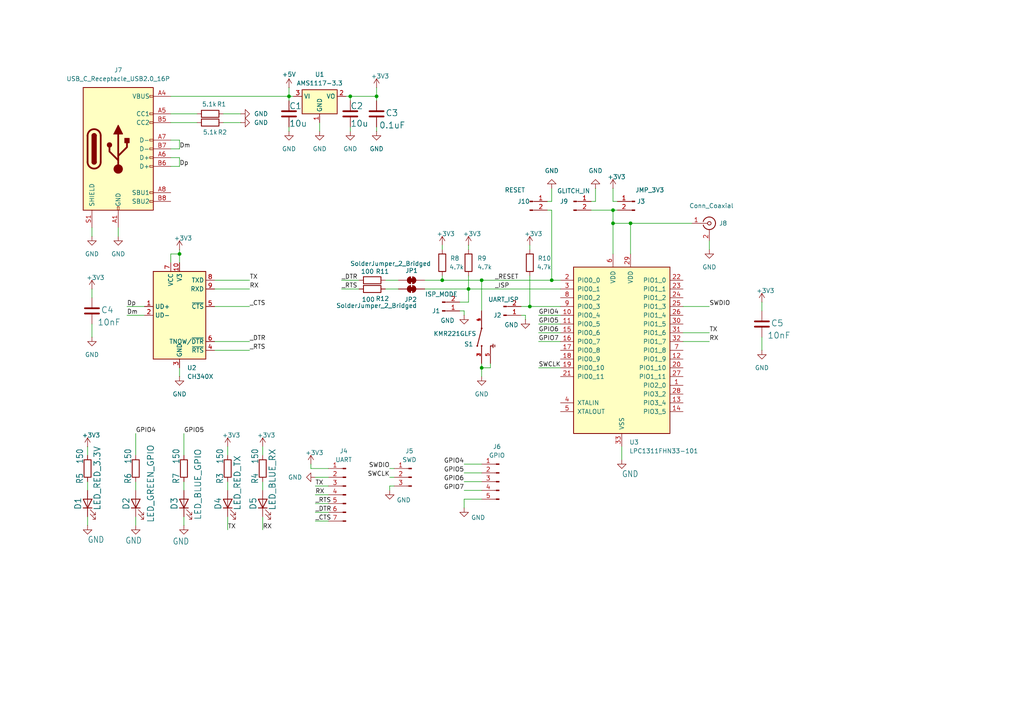
<source format=kicad_sch>
(kicad_sch (version 20231120) (generator "eeschema") (generator_version "8.0")
  (paper "A4")
  (title_block (title "LPC1311 Target Board v1") (date "2024-12-27") (rev "v1.0") (company "Faulty Hardware") (comment 1 "Matthias Kesenheimer"))
  (lib_symbols
    (symbol "Connector:Conn_01x02_Pin" (pin_names (offset 1.016) hide)
      (property "Reference" "J" (at 0 2.54 0))
      (property "Value" "Conn_01x02_Pin" (at 0 -5.08 0))
      (symbol "Conn_01x02_Pin_1_1"
        (polyline (pts (xy 1.27 -2.54) (xy 0.8636 -2.54)) (stroke (width 0.1524)))
        (polyline (pts (xy 1.27 0) (xy 0.8636 0)) (stroke (width 0.1524)))
        (rectangle (start 0.8636 -2.413) (end 0 -2.667) (stroke (width 0.1524)) (fill (type outline)))
        (rectangle (start 0.8636 0.127) (end 0 -0.127) (stroke (width 0.1524)) (fill (type outline)))
        (pin passive line (at 5.08 0 180) (length 3.81) (name "Pin_1") (number "1"))
        (pin passive line (at 5.08 -2.54 180) (length 3.81) (name "Pin_2") (number "2"))
      )
    )
    (symbol "Connector:Conn_01x03_Pin" (pin_names (offset 1.016) hide)
      (property "Reference" "J" (at 0 5.08 0))
      (property "Value" "Conn_01x03_Pin" (at 0 -5.08 0))
      (symbol "Conn_01x03_Pin_1_1"
        (polyline (pts (xy 1.27 -2.54) (xy 0.8636 -2.54)) (stroke (width 0.1524)))
        (polyline (pts (xy 1.27 0) (xy 0.8636 0)) (stroke (width 0.1524)))
        (polyline (pts (xy 1.27 2.54) (xy 0.8636 2.54)) (stroke (width 0.1524)))
        (rectangle (start 0.8636 -2.413) (end 0 -2.667) (stroke (width 0.1524)) (fill (type outline)))
        (rectangle (start 0.8636 0.127) (end 0 -0.127) (stroke (width 0.1524)) (fill (type outline)))
        (rectangle (start 0.8636 2.667) (end 0 2.413) (stroke (width 0.1524)) (fill (type outline)))
        (pin passive line (at 5.08 2.54 180) (length 3.81) (name "Pin_1") (number "1"))
        (pin passive line (at 5.08 0 180) (length 3.81) (name "Pin_2") (number "2"))
        (pin passive line (at 5.08 -2.54 180) (length 3.81) (name "Pin_3") (number "3"))
      )
    )
    (symbol "Connector:Conn_01x05_Pin" (pin_names (offset 1.016) hide)
      (property "Reference" "J" (at 0 7.62 0))
      (property "Value" "Conn_01x05_Pin" (at 0 -7.62 0))
      (symbol "Conn_01x05_Pin_1_1"
        (polyline (pts (xy 1.27 -5.08) (xy 0.8636 -5.08)) (stroke (width 0.1524)))
        (polyline (pts (xy 1.27 -2.54) (xy 0.8636 -2.54)) (stroke (width 0.1524)))
        (polyline (pts (xy 1.27 0) (xy 0.8636 0)) (stroke (width 0.1524)))
        (polyline (pts (xy 1.27 2.54) (xy 0.8636 2.54)) (stroke (width 0.1524)))
        (polyline (pts (xy 1.27 5.08) (xy 0.8636 5.08)) (stroke (width 0.1524)))
        (rectangle (start 0.8636 -4.953) (end 0 -5.207) (stroke (width 0.1524)) (fill (type outline)))
        (rectangle (start 0.8636 -2.413) (end 0 -2.667) (stroke (width 0.1524)) (fill (type outline)))
        (rectangle (start 0.8636 0.127) (end 0 -0.127) (stroke (width 0.1524)) (fill (type outline)))
        (rectangle (start 0.8636 2.667) (end 0 2.413) (stroke (width 0.1524)) (fill (type outline)))
        (rectangle (start 0.8636 5.207) (end 0 4.953) (stroke (width 0.1524)) (fill (type outline)))
        (pin passive line (at 5.08 5.08 180) (length 3.81) (name "Pin_1") (number "1"))
        (pin passive line (at 5.08 2.54 180) (length 3.81) (name "Pin_2") (number "2"))
        (pin passive line (at 5.08 0 180) (length 3.81) (name "Pin_3") (number "3"))
        (pin passive line (at 5.08 -2.54 180) (length 3.81) (name "Pin_4") (number "4"))
        (pin passive line (at 5.08 -5.08 180) (length 3.81) (name "Pin_5") (number "5"))
      )
    )
    (symbol "Connector:Conn_01x07_Pin" (pin_names (offset 1.016) hide)
      (property "Reference" "J" (at 0 10.16 0))
      (property "Value" "Conn_01x07_Pin" (at 0 -10.16 0))
      (symbol "Conn_01x07_Pin_1_1"
        (polyline (pts (xy 1.27 -7.62) (xy 0.8636 -7.62)) (stroke (width 0.1524)))
        (polyline (pts (xy 1.27 -5.08) (xy 0.8636 -5.08)) (stroke (width 0.1524)))
        (polyline (pts (xy 1.27 -2.54) (xy 0.8636 -2.54)) (stroke (width 0.1524)))
        (polyline (pts (xy 1.27 0) (xy 0.8636 0)) (stroke (width 0.1524)))
        (polyline (pts (xy 1.27 2.54) (xy 0.8636 2.54)) (stroke (width 0.1524)))
        (polyline (pts (xy 1.27 5.08) (xy 0.8636 5.08)) (stroke (width 0.1524)))
        (polyline (pts (xy 1.27 7.62) (xy 0.8636 7.62)) (stroke (width 0.1524)))
        (rectangle (start 0.8636 -7.493) (end 0 -7.747) (stroke (width 0.1524)) (fill (type outline)))
        (rectangle (start 0.8636 -4.953) (end 0 -5.207) (stroke (width 0.1524)) (fill (type outline)))
        (rectangle (start 0.8636 -2.413) (end 0 -2.667) (stroke (width 0.1524)) (fill (type outline)))
        (rectangle (start 0.8636 0.127) (end 0 -0.127) (stroke (width 0.1524)) (fill (type outline)))
        (rectangle (start 0.8636 2.667) (end 0 2.413) (stroke (width 0.1524)) (fill (type outline)))
        (rectangle (start 0.8636 5.207) (end 0 4.953) (stroke (width 0.1524)) (fill (type outline)))
        (rectangle (start 0.8636 7.747) (end 0 7.493) (stroke (width 0.1524)) (fill (type outline)))
        (pin passive line (at 5.08 7.62 180) (length 3.81) (name "Pin_1") (number "1"))
        (pin passive line (at 5.08 5.08 180) (length 3.81) (name "Pin_2") (number "2"))
        (pin passive line (at 5.08 2.54 180) (length 3.81) (name "Pin_3") (number "3"))
        (pin passive line (at 5.08 0 180) (length 3.81) (name "Pin_4") (number "4"))
        (pin passive line (at 5.08 -2.54 180) (length 3.81) (name "Pin_5") (number "5"))
        (pin passive line (at 5.08 -5.08 180) (length 3.81) (name "Pin_6") (number "6"))
        (pin passive line (at 5.08 -7.62 180) (length 3.81) (name "Pin_7") (number "7"))
      )
    )
    (symbol "Connector:Conn_Coaxial" (pin_names (offset 1.016) hide)
      (property "Reference" "J" (at 0.254 3.048 0))
      (property "Value" "Conn_Coaxial" (at 2.921 0 90))
      (symbol "Conn_Coaxial_0_1"
        (arc (start -1.778 -0.508) (mid 0.2311 -1.8066) (end 1.778 0) (stroke (width 0.254)))
        (polyline (pts (xy -2.54 0) (xy -0.508 0)))
        (polyline (pts (xy 0 -2.54) (xy 0 -1.778)))
        (circle (center 0 0) (radius 0.508) (stroke (width 0.2032)))
        (arc (start 1.778 0) (mid 0.2099 1.8101) (end -1.778 0.508) (stroke (width 0.254)))
      )
      (symbol "Conn_Coaxial_1_1"
        (pin passive line (at -5.08 0 0) (length 2.54) (name "In") (number "1"))
        (pin passive line (at 0 -5.08 90) (length 2.54) (name "Ext") (number "2"))
      )
    )
    (symbol "Connector:USB_C_Receptacle_USB2.0_16P" (pin_names (offset 1.016))
      (property "Reference" "J" (at 0 22.225 0))
      (property "Value" "USB_C_Receptacle_USB2.0_16P" (at 0 19.685 0))
      (symbol "USB_C_Receptacle_USB2.0_16P_0_0"
        (rectangle (start -0.254 -17.78) (end 0.254 -16.764))
        (rectangle (start 10.16 -14.986) (end 9.144 -15.494))
        (rectangle (start 10.16 -12.446) (end 9.144 -12.954))
        (rectangle (start 10.16 -4.826) (end 9.144 -5.334))
        (rectangle (start 10.16 -2.286) (end 9.144 -2.794))
        (rectangle (start 10.16 0.254) (end 9.144 -0.254))
        (rectangle (start 10.16 2.794) (end 9.144 2.286))
        (rectangle (start 10.16 7.874) (end 9.144 7.366))
        (rectangle (start 10.16 10.414) (end 9.144 9.906))
        (rectangle (start 10.16 15.494) (end 9.144 14.986))
      )
      (symbol "USB_C_Receptacle_USB2.0_16P_0_1"
        (rectangle (start -10.16 17.78) (end 10.16 -17.78) (stroke (width 0.254)) (fill (type background)))
        (arc (start -8.89 -3.81) (mid -6.985 -5.7067) (end -5.08 -3.81) (stroke (width 0.508)))
        (arc (start -7.62 -3.81) (mid -6.985 -4.4423) (end -6.35 -3.81) (stroke (width 0.254)))
        (arc (start -7.62 -3.81) (mid -6.985 -4.4423) (end -6.35 -3.81) (stroke (width 0.254)) (fill (type outline)))
        (rectangle (start -7.62 -3.81) (end -6.35 3.81) (stroke (width 0.254)) (fill (type outline)))
        (arc (start -6.35 3.81) (mid -6.985 4.4423) (end -7.62 3.81) (stroke (width 0.254)))
        (arc (start -6.35 3.81) (mid -6.985 4.4423) (end -7.62 3.81) (stroke (width 0.254)) (fill (type outline)))
        (arc (start -5.08 3.81) (mid -6.985 5.7067) (end -8.89 3.81) (stroke (width 0.508)))
        (circle (center -2.54 1.143) (radius 0.635) (stroke (width 0.254)) (fill (type outline)))
        (circle (center 0 -5.842) (radius 1.27) (fill (type outline)))
        (polyline (pts (xy -8.89 -3.81) (xy -8.89 3.81)) (stroke (width 0.508)))
        (polyline (pts (xy -5.08 3.81) (xy -5.08 -3.81)) (stroke (width 0.508)))
        (polyline (pts (xy 0 -5.842) (xy 0 4.318)) (stroke (width 0.508)))
        (polyline (pts (xy 0 -3.302) (xy -2.54 -0.762) (xy -2.54 0.508)) (stroke (width 0.508)))
        (polyline (pts (xy 0 -2.032) (xy 2.54 0.508) (xy 2.54 1.778)) (stroke (width 0.508)))
        (polyline (pts (xy -1.27 4.318) (xy 0 6.858) (xy 1.27 4.318) (xy -1.27 4.318)) (stroke (width 0.254)) (fill (type outline)))
        (rectangle (start 1.905 1.778) (end 3.175 3.048) (stroke (width 0.254)) (fill (type outline)))
      )
      (symbol "USB_C_Receptacle_USB2.0_16P_1_1"
        (pin passive line (at 0 -22.86 90) (length 5.08) (name "GND") (number "A1"))
        (pin passive line (at 0 -22.86 90) (length 5.08) hide (name "GND") (number "A12"))
        (pin passive line (at 15.24 15.24 180) (length 5.08) (name "VBUS") (number "A4"))
        (pin bidirectional line (at 15.24 10.16 180) (length 5.08) (name "CC1") (number "A5"))
        (pin bidirectional line (at 15.24 -2.54 180) (length 5.08) (name "D+") (number "A6"))
        (pin bidirectional line (at 15.24 2.54 180) (length 5.08) (name "D-") (number "A7"))
        (pin bidirectional line (at 15.24 -12.7 180) (length 5.08) (name "SBU1") (number "A8"))
        (pin passive line (at 15.24 15.24 180) (length 5.08) hide (name "VBUS") (number "A9"))
        (pin passive line (at 0 -22.86 90) (length 5.08) hide (name "GND") (number "B1"))
        (pin passive line (at 0 -22.86 90) (length 5.08) hide (name "GND") (number "B12"))
        (pin passive line (at 15.24 15.24 180) (length 5.08) hide (name "VBUS") (number "B4"))
        (pin bidirectional line (at 15.24 7.62 180) (length 5.08) (name "CC2") (number "B5"))
        (pin bidirectional line (at 15.24 -5.08 180) (length 5.08) (name "D+") (number "B6"))
        (pin bidirectional line (at 15.24 0 180) (length 5.08) (name "D-") (number "B7"))
        (pin bidirectional line (at 15.24 -15.24 180) (length 5.08) (name "SBU2") (number "B8"))
        (pin passive line (at 15.24 15.24 180) (length 5.08) hide (name "VBUS") (number "B9"))
        (pin passive line (at -7.62 -22.86 90) (length 5.08) (name "SHIELD") (number "S1"))
      )
    )
    (symbol "Device:C" (pin_numbers hide) (pin_names (offset 0.254))
      (property "Reference" "C" (at 0.635 2.54 0))
      (property "Value" "C" (at 0.635 -2.54 0))
      (symbol "C_0_1"
        (polyline (pts (xy -2.032 -0.762) (xy 2.032 -0.762)) (stroke (width 0.508)))
        (polyline (pts (xy -2.032 0.762) (xy 2.032 0.762)) (stroke (width 0.508)))
      )
      (symbol "C_1_1"
        (pin passive line (at 0 3.81 270) (length 2.794) (name "~") (number "1"))
        (pin passive line (at 0 -3.81 90) (length 2.794) (name "~") (number "2"))
      )
    )
    (symbol "Device:LED" (pin_numbers hide) (pin_names (offset 1.016) hide)
      (property "Reference" "D" (at 0 2.54 0))
      (property "Value" "LED" (at 0 -2.54 0))
      (symbol "LED_0_1"
        (polyline (pts (xy -1.27 -1.27) (xy -1.27 1.27)) (stroke (width 0.254)))
        (polyline (pts (xy -1.27 0) (xy 1.27 0)))
        (polyline (pts (xy 1.27 -1.27) (xy 1.27 1.27) (xy -1.27 0) (xy 1.27 -1.27)) (stroke (width 0.254)))
        (polyline (pts (xy -3.048 -0.762) (xy -4.572 -2.286) (xy -3.81 -2.286) (xy -4.572 -2.286) (xy -4.572 -1.524)))
        (polyline (pts (xy -1.778 -0.762) (xy -3.302 -2.286) (xy -2.54 -2.286) (xy -3.302 -2.286) (xy -3.302 -1.524)))
      )
      (symbol "LED_1_1"
        (pin passive line (at -3.81 0 0) (length 2.54) (name "K") (number "1"))
        (pin passive line (at 3.81 0 180) (length 2.54) (name "A") (number "2"))
      )
    )
    (symbol "Device:R" (pin_numbers hide) (pin_names (offset 0))
      (property "Reference" "R" (at 2.032 0 90))
      (property "Value" "R" (at 0 0 90))
      (symbol "R_0_1"
        (rectangle (start -1.016 -2.54) (end 1.016 2.54) (stroke (width 0.254)))
      )
      (symbol "R_1_1"
        (pin passive line (at 0 3.81 270) (length 1.27) (name "~") (number "1"))
        (pin passive line (at 0 -3.81 90) (length 1.27) (name "~") (number "2"))
      )
    )
    (symbol "Interface_USB:CH340X"
      (property "Reference" "U" (at -5.08 13.97 0))
      (property "Value" "CH340X" (at 1.27 13.97 0))
      (symbol "CH340X_0_1"
        (rectangle (start -7.62 12.7) (end 7.62 -12.7) (stroke (width 0.254)) (fill (type background)))
      )
      (symbol "CH340X_1_1"
        (pin bidirectional line (at -10.16 2.54 0) (length 2.54) (name "UD+") (number "1"))
        (pin power_out line (at 0 15.24 270) (length 2.54) (name "V3") (number "10"))
        (pin bidirectional line (at -10.16 0 0) (length 2.54) (name "UD-") (number "2"))
        (pin power_in line (at 0 -15.24 90) (length 2.54) (name "GND") (number "3"))
        (pin output line (at 10.16 -10.16 180) (length 2.54) (name "~{RTS}") (number "4"))
        (pin input line (at 10.16 2.54 180) (length 2.54) (name "~{CTS}") (number "5"))
        (pin output line (at 10.16 -7.62 180) (length 2.54) (name "TNOW/~{DTR}") (number "6"))
        (pin power_in line (at -2.54 15.24 270) (length 2.54) (name "VCC") (number "7"))
        (pin output line (at 10.16 10.16 180) (length 2.54) (name "TXD") (number "8"))
        (pin input line (at 10.16 7.62 180) (length 2.54) (name "RXD") (number "9"))
      )
    )
    (symbol "Jumper:SolderJumper_2_Bridged" (pin_numbers hide) (pin_names (offset 0) hide) (exclude_from_sim yes) (in_bom no)
      (property "Reference" "JP" (at 0 2.032 0))
      (property "Value" "SolderJumper_2_Bridged" (at 0 -2.54 0))
      (symbol "SolderJumper_2_Bridged_0_1"
        (rectangle (start -0.508 0.508) (end 0.508 -0.508) (fill (type outline)))
        (arc (start -0.254 1.016) (mid -1.2656 0) (end -0.254 -1.016))
        (arc (start -0.254 1.016) (mid -1.2656 0) (end -0.254 -1.016) (fill (type outline)))
        (polyline (pts (xy -0.254 1.016) (xy -0.254 -1.016)))
        (polyline (pts (xy 0.254 1.016) (xy 0.254 -1.016)))
        (arc (start 0.254 -1.016) (mid 1.2656 0) (end 0.254 1.016))
        (arc (start 0.254 -1.016) (mid 1.2656 0) (end 0.254 1.016) (fill (type outline)))
      )
      (symbol "SolderJumper_2_Bridged_1_1"
        (pin passive line (at -3.81 0 0) (length 2.54) (name "A") (number "1"))
        (pin passive line (at 3.81 0 180) (length 2.54) (name "B") (number "2"))
      )
    )
    (symbol "KMR221GLFS:KMR221GLFS" (pin_names (offset 1.016))
      (property "Reference" "S" (at -2.5401 2.2861 0))
      (property "Value" "KMR221GLFS" (at -2.7973 -6.3576 0))
      (symbol "KMR221GLFS_0_0"
        (circle (center -2.54 0) (radius 0.127) (stroke (width 0.254)))
        (polyline (pts (xy -2.54 0) (xy 2.54 1.27)) (stroke (width 0.254)))
        (polyline (pts (xy 2.286 -3.81) (xy 2.794 -3.81)) (stroke (width 0.254)))
        (polyline (pts (xy 2.54 -3.302) (xy 2.032 -3.302)) (stroke (width 0.254)))
        (polyline (pts (xy 2.54 -3.302) (xy 3.048 -3.302)) (stroke (width 0.254)))
        (polyline (pts (xy 2.54 -2.54) (xy 2.54 -3.302)) (stroke (width 0.254)))
        (circle (center 2.54 0) (radius 0.127) (stroke (width 0.254)))
        (circle (center 2.54 1.27) (radius 0.127) (stroke (width 0.254)))
        (pin passive line (at -7.62 0 0) (length 5.08) (name "~") (number "1"))
        (pin passive line (at 7.62 0 180) (length 5.08) (name "~") (number "2"))
        (pin passive line (at 7.62 0 180) (length 5.08) (name "~") (number "3"))
        (pin passive line (at -7.62 0 0) (length 5.08) (name "~") (number "4"))
        (pin passive line (at 7.62 -2.54 180) (length 5.08) (name "~") (number "5"))
      )
    )
    (symbol "MCU_NXP_LPC:LPC1111FHN33-101" (pin_names (offset 1.016))
      (property "Reference" "U" (at -12.7 25.4 0))
      (property "Value" "LPC1111FHN33-101" (at 13.97 25.4 0))
      (symbol "LPC1111FHN33-101_0_1"
        (rectangle (start -13.97 24.13) (end 13.97 -24.13) (stroke (width 0.254)) (fill (type background)))
      )
      (symbol "LPC1111FHN33-101_1_1"
        (pin bidirectional line (at 17.78 -10.16 180) (length 3.81) (name "PIO2_0") (number "1"))
        (pin bidirectional line (at -17.78 10.16 0) (length 3.81) (name "PIO0_4") (number "10"))
        (pin bidirectional line (at -17.78 7.62 0) (length 3.81) (name "PIO0_5") (number "11"))
        (pin bidirectional line (at 17.78 -2.54 180) (length 3.81) (name "PIO1_9") (number "12"))
        (pin bidirectional line (at 17.78 -15.24 180) (length 3.81) (name "PIO3_4") (number "13"))
        (pin bidirectional line (at 17.78 -17.78 180) (length 3.81) (name "PIO3_5") (number "14"))
        (pin bidirectional line (at -17.78 5.08 0) (length 3.81) (name "PIO0_6") (number "15"))
        (pin bidirectional line (at -17.78 2.54 0) (length 3.81) (name "PIO0_7") (number "16"))
        (pin bidirectional line (at -17.78 0 0) (length 3.81) (name "PIO0_8") (number "17"))
        (pin bidirectional line (at -17.78 -2.54 0) (length 3.81) (name "PIO0_9") (number "18"))
        (pin bidirectional line (at -17.78 -5.08 0) (length 3.81) (name "PIO0_10") (number "19"))
        (pin bidirectional line (at -17.78 20.32 0) (length 3.81) (name "PIO0_0") (number "2"))
        (pin bidirectional line (at 17.78 -5.08 180) (length 3.81) (name "PIO1_10") (number "20"))
        (pin bidirectional line (at -17.78 -7.62 0) (length 3.81) (name "PIO0_11") (number "21"))
        (pin bidirectional line (at 17.78 20.32 180) (length 3.81) (name "PIO1_0") (number "22"))
        (pin bidirectional line (at 17.78 17.78 180) (length 3.81) (name "PIO1_1") (number "23"))
        (pin bidirectional line (at 17.78 15.24 180) (length 3.81) (name "PIO1_2") (number "24"))
        (pin bidirectional line (at 17.78 12.7 180) (length 3.81) (name "PIO1_3") (number "25"))
        (pin bidirectional line (at 17.78 10.16 180) (length 3.81) (name "PIO1_4") (number "26"))
        (pin bidirectional line (at 17.78 -7.62 180) (length 3.81) (name "PIO1_11") (number "27"))
        (pin bidirectional line (at 17.78 -12.7 180) (length 3.81) (name "PIO3_2") (number "28"))
        (pin power_in line (at 2.54 27.94 270) (length 3.81) (name "VDD") (number "29"))
        (pin bidirectional line (at -17.78 17.78 0) (length 3.81) (name "PIO0_1") (number "3"))
        (pin bidirectional line (at 17.78 7.62 180) (length 3.81) (name "PIO1_5") (number "30"))
        (pin bidirectional line (at 17.78 5.08 180) (length 3.81) (name "PIO1_6") (number "31"))
        (pin bidirectional line (at 17.78 2.54 180) (length 3.81) (name "PIO1_7") (number "32"))
        (pin power_in line (at 0 -27.94 90) (length 3.81) (name "VSS") (number "33"))
        (pin input line (at -17.78 -15.24 0) (length 3.81) (name "XTALIN") (number "4"))
        (pin output line (at -17.78 -17.78 0) (length 3.81) (name "XTALOUT") (number "5"))
        (pin power_in line (at -2.54 27.94 270) (length 3.81) (name "VDD") (number "6"))
        (pin bidirectional line (at 17.78 0 180) (length 3.81) (name "PIO1_8") (number "7"))
        (pin bidirectional line (at -17.78 15.24 0) (length 3.81) (name "PIO0_2") (number "8"))
        (pin bidirectional line (at -17.78 12.7 0) (length 3.81) (name "PIO0_3") (number "9"))
      )
    )
    (symbol "Regulator_Linear:AMS1117-3.3"
      (property "Reference" "U" (at -3.81 3.175 0))
      (property "Value" "AMS1117-3.3" (at 0 3.175 0))
      (symbol "AMS1117-3.3_0_1"
        (rectangle (start -5.08 -5.08) (end 5.08 1.905) (stroke (width 0.254)) (fill (type background)))
      )
      (symbol "AMS1117-3.3_1_1"
        (pin power_in line (at 0 -7.62 90) (length 2.54) (name "GND") (number "1"))
        (pin power_out line (at 7.62 0 180) (length 2.54) (name "VO") (number "2"))
        (pin power_in line (at -7.62 0 0) (length 2.54) (name "VI") (number "3"))
      )
    )
    (symbol "power:+3V3" (power) (pin_numbers hide) (pin_names (offset 0) hide)
      (property "Value" "+3V3" (at 0 3.556 0))
      (symbol "+3V3_0_1"
        (polyline (pts (xy -0.762 1.27) (xy 0 2.54)))
        (polyline (pts (xy 0 0) (xy 0 2.54)))
        (polyline (pts (xy 0 2.54) (xy 0.762 1.27)))
      )
      (symbol "+3V3_1_1"
        (pin power_in line (at 0 0 90) (length 0) (name "~") (number "1"))
      )
    )
    (symbol "power:+5V" (power) (pin_numbers hide) (pin_names (offset 0) hide)
      (property "Value" "+5V" (at 0 3.556 0))
      (symbol "+5V_0_1"
        (polyline (pts (xy -0.762 1.27) (xy 0 2.54)))
        (polyline (pts (xy 0 0) (xy 0 2.54)))
        (polyline (pts (xy 0 2.54) (xy 0.762 1.27)))
      )
      (symbol "+5V_1_1"
        (pin power_in line (at 0 0 90) (length 0) (name "~") (number "1"))
      )
    )
    (symbol "power:GND" (power) (pin_numbers hide) (pin_names (offset 0) hide)
      (property "Value" "GND" (at 0 -3.81 0))
      (symbol "GND_0_1"
        (polyline (pts (xy 0 0) (xy 0 -1.27) (xy 1.27 -1.27) (xy 0 -2.54) (xy -1.27 -1.27) (xy 0 -1.27)))
      )
      (symbol "GND_1_1"
        (pin power_in line (at 0 0 270) (length 0) (name "~") (number "1"))
      )
    )
  )
  (junction (at 139.7 106.68))
  (junction (at 135.89 83.82))
  (junction (at 182.88 64.77))
  (junction (at 177.8 64.77))
  (junction (at 139.7 81.28))
  (junction (at 128.27 81.28))
  (junction (at 160.02 81.28))
  (junction (at 177.8 60.96))
  (junction (at 101.6 27.94))
  (junction (at 52.07 73.66))
  (junction (at 153.67 88.9))
  (junction (at 109.22 27.94))
  (junction (at 83.82 27.94))
  (wire (pts (xy 139.7 144.78) (xy 134.62 144.78)))
  (wire (pts (xy 41.91 91.44) (xy 36.83 91.44)))
  (wire (pts (xy 158.75 60.96) (xy 160.02 60.96)))
  (wire (pts (xy 52.07 106.68) (xy 52.07 109.22)))
  (wire (pts (xy 180.34 129.54) (xy 180.34 133.35)))
  (wire (pts (xy 139.7 106.68) (xy 142.24 106.68)))
  (wire (pts (xy 91.44 148.59) (xy 95.25 148.59)))
  (wire (pts (xy 153.67 71.12) (xy 153.67 72.39)))
  (wire (pts (xy 101.6 27.94) (xy 101.6 29.21)))
  (wire (pts (xy 153.67 80.01) (xy 153.67 88.9)))
  (wire (pts (xy 101.6 36.83) (xy 101.6 38.1)))
  (wire (pts (xy 53.34 139.7) (xy 53.34 142.24)))
  (wire (pts (xy 220.98 87.63) (xy 220.98 90.17)))
  (wire (pts (xy 128.27 81.28) (xy 128.27 80.01)))
  (wire (pts (xy 83.82 27.94) (xy 85.09 27.94)))
  (wire (pts (xy 62.23 101.6) (xy 72.39 101.6)))
  (wire (pts (xy 139.7 109.22) (xy 139.7 106.68)))
  (wire (pts (xy 179.07 60.96) (xy 177.8 60.96)))
  (wire (pts (xy 109.22 29.21) (xy 109.22 27.94)))
  (wire (pts (xy 83.82 27.94) (xy 83.82 29.21)))
  (wire (pts (xy 62.23 99.06) (xy 72.39 99.06)))
  (wire (pts (xy 156.21 93.98) (xy 162.56 93.98)))
  (wire (pts (xy 76.2 129.54) (xy 76.2 132.08)))
  (wire (pts (xy 128.27 81.28) (xy 139.7 81.28)))
  (wire (pts (xy 198.12 99.06) (xy 205.74 99.06)))
  (wire (pts (xy 134.62 90.17) (xy 134.62 91.44)))
  (wire (pts (xy 151.13 88.9) (xy 153.67 88.9)))
  (wire (pts (xy 139.7 137.16) (xy 134.62 137.16)))
  (wire (pts (xy 139.7 142.24) (xy 134.62 142.24)))
  (wire (pts (xy 41.91 88.9) (xy 36.83 88.9)))
  (wire (pts (xy 52.07 72.39) (xy 52.07 73.66)))
  (wire (pts (xy 101.6 27.94) (xy 109.22 27.94)))
  (wire (pts (xy 133.35 90.17) (xy 134.62 90.17)))
  (wire (pts (xy 177.8 64.77) (xy 182.88 64.77)))
  (wire (pts (xy 49.53 27.94) (xy 83.82 27.94)))
  (wire (pts (xy 91.44 140.97) (xy 95.25 140.97)))
  (wire (pts (xy 49.53 76.2) (xy 49.53 73.66)))
  (wire (pts (xy 66.04 139.7) (xy 66.04 142.24)))
  (wire (pts (xy 90.17 135.89) (xy 95.25 135.89)))
  (wire (pts (xy 171.45 60.96) (xy 177.8 60.96)))
  (wire (pts (xy 92.71 35.56) (xy 92.71 38.1)))
  (wire (pts (xy 205.74 69.85) (xy 205.74 72.39)))
  (wire (pts (xy 160.02 81.28) (xy 162.56 81.28)))
  (wire (pts (xy 111.76 81.28) (xy 115.57 81.28)))
  (wire (pts (xy 153.67 88.9) (xy 162.56 88.9)))
  (wire (pts (xy 49.53 33.02) (xy 57.15 33.02)))
  (wire (pts (xy 99.06 83.82) (xy 104.14 83.82)))
  (wire (pts (xy 152.4 91.44) (xy 151.13 91.44)))
  (wire (pts (xy 135.89 71.12) (xy 135.89 72.39)))
  (wire (pts (xy 142.24 105.41) (xy 142.24 106.68)))
  (wire (pts (xy 49.53 40.64) (xy 52.07 40.64)))
  (wire (pts (xy 158.75 58.42) (xy 160.02 58.42)))
  (wire (pts (xy 139.7 134.62) (xy 134.62 134.62)))
  (wire (pts (xy 156.21 99.06) (xy 162.56 99.06)))
  (wire (pts (xy 26.67 83.82) (xy 26.67 86.36)))
  (wire (pts (xy 177.8 60.96) (xy 177.8 64.77)))
  (wire (pts (xy 198.12 88.9) (xy 205.74 88.9)))
  (wire (pts (xy 177.8 64.77) (xy 177.8 73.66)))
  (wire (pts (xy 160.02 60.96) (xy 160.02 81.28)))
  (wire (pts (xy 91.44 143.51) (xy 95.25 143.51)))
  (wire (pts (xy 152.4 91.44) (xy 152.4 92.71)))
  (wire (pts (xy 135.89 87.63) (xy 135.89 83.82)))
  (wire (pts (xy 49.53 48.26) (xy 52.07 48.26)))
  (wire (pts (xy 91.44 138.43) (xy 95.25 138.43)))
  (wire (pts (xy 113.03 138.43) (xy 114.3 138.43)))
  (wire (pts (xy 123.19 83.82) (xy 135.89 83.82)))
  (wire (pts (xy 198.12 96.52) (xy 205.74 96.52)))
  (wire (pts (xy 179.07 58.42) (xy 177.8 58.42)))
  (wire (pts (xy 160.02 54.61) (xy 160.02 58.42)))
  (wire (pts (xy 128.27 71.12) (xy 128.27 72.39)))
  (wire (pts (xy 26.67 66.04) (xy 26.67 68.58)))
  (wire (pts (xy 62.23 81.28) (xy 72.39 81.28)))
  (wire (pts (xy 64.77 33.02) (xy 69.85 33.02)))
  (wire (pts (xy 83.82 25.4) (xy 83.82 27.94)))
  (wire (pts (xy 113.03 140.97) (xy 113.03 142.24)))
  (wire (pts (xy 34.29 66.04) (xy 34.29 68.58)))
  (wire (pts (xy 91.44 146.05) (xy 95.25 146.05)))
  (wire (pts (xy 91.44 151.13) (xy 95.25 151.13)))
  (wire (pts (xy 200.66 64.77) (xy 182.88 64.77)))
  (wire (pts (xy 62.23 83.82) (xy 72.39 83.82)))
  (wire (pts (xy 26.67 93.98) (xy 26.67 97.79)))
  (wire (pts (xy 171.45 58.42) (xy 172.72 58.42)))
  (wire (pts (xy 135.89 83.82) (xy 135.89 80.01)))
  (wire (pts (xy 39.37 139.7) (xy 39.37 142.24)))
  (wire (pts (xy 66.04 129.54) (xy 66.04 132.08)))
  (wire (pts (xy 109.22 25.4) (xy 109.22 27.94)))
  (wire (pts (xy 100.33 27.94) (xy 101.6 27.94)))
  (wire (pts (xy 52.07 40.64) (xy 52.07 43.18)))
  (wire (pts (xy 90.17 134.62) (xy 90.17 135.89)))
  (wire (pts (xy 49.53 43.18) (xy 52.07 43.18)))
  (wire (pts (xy 134.62 144.78) (xy 134.62 147.32)))
  (wire (pts (xy 139.7 81.28) (xy 139.7 90.17)))
  (wire (pts (xy 52.07 73.66) (xy 52.07 76.2)))
  (wire (pts (xy 139.7 81.28) (xy 160.02 81.28)))
  (wire (pts (xy 139.7 139.7) (xy 134.62 139.7)))
  (wire (pts (xy 123.19 81.28) (xy 128.27 81.28)))
  (wire (pts (xy 114.3 135.89) (xy 113.03 135.89)))
  (wire (pts (xy 156.21 106.68) (xy 162.56 106.68)))
  (wire (pts (xy 39.37 125.73) (xy 39.37 132.08)))
  (wire (pts (xy 156.21 96.52) (xy 162.56 96.52)))
  (wire (pts (xy 99.06 81.28) (xy 104.14 81.28)))
  (wire (pts (xy 172.72 58.42) (xy 172.72 54.61)))
  (wire (pts (xy 139.7 106.68) (xy 139.7 105.41)))
  (wire (pts (xy 220.98 97.79) (xy 220.98 101.6)))
  (wire (pts (xy 135.89 83.82) (xy 162.56 83.82)))
  (wire (pts (xy 76.2 149.86) (xy 76.2 153.67)))
  (wire (pts (xy 53.34 125.73) (xy 53.34 132.08)))
  (wire (pts (xy 66.04 149.86) (xy 66.04 153.67)))
  (wire (pts (xy 133.35 87.63) (xy 135.89 87.63)))
  (wire (pts (xy 39.37 149.86) (xy 39.37 152.4)))
  (wire (pts (xy 111.76 83.82) (xy 115.57 83.82)))
  (wire (pts (xy 114.3 140.97) (xy 113.03 140.97)))
  (wire (pts (xy 109.22 36.83) (xy 109.22 38.1)))
  (wire (pts (xy 83.82 36.83) (xy 83.82 38.1)))
  (wire (pts (xy 76.2 139.7) (xy 76.2 142.24)))
  (wire (pts (xy 52.07 45.72) (xy 52.07 48.26)))
  (wire (pts (xy 156.21 91.44) (xy 162.56 91.44)))
  (wire (pts (xy 25.4 129.54) (xy 25.4 132.08)))
  (wire (pts (xy 177.8 54.61) (xy 177.8 58.42)))
  (wire (pts (xy 64.77 35.56) (xy 69.85 35.56)))
  (wire (pts (xy 182.88 64.77) (xy 182.88 73.66)))
  (wire (pts (xy 49.53 73.66) (xy 52.07 73.66)))
  (wire (pts (xy 62.23 88.9) (xy 72.39 88.9)))
  (wire (pts (xy 25.4 152.4) (xy 25.4 149.86)) (stroke (width 0.1524)))
  (wire (pts (xy 49.53 45.72) (xy 52.07 45.72)))
  (wire (pts (xy 49.53 35.56) (xy 57.15 35.56)))
  (wire (pts (xy 53.34 149.86) (xy 53.34 152.4)))
  (wire (pts (xy 25.4 142.24) (xy 25.4 139.7)) (stroke (width 0.1524)))
  (label "_CTS" (at 91.44 151.13 0))
  (label "SWCLK" (at 113.03 138.43 180))
  (label "GPIO6" (at 134.62 139.7 180))
  (label "Dp" (at 36.83 88.9 0))
  (label "_RTS" (at 99.06 83.82 0))
  (label "TX" (at 66.04 153.67 0))
  (label "RX" (at 205.74 99.06 0))
  (label "RX" (at 91.44 143.51 0))
  (label "RX" (at 76.2 153.67 0))
  (label "_RTS" (at 91.44 146.05 0))
  (label "RX" (at 72.39 83.82 0))
  (label "GPIO5" (at 53.34 125.73 0))
  (label "_DTR" (at 91.44 148.59 0))
  (label "Dp" (at 52.07 48.26 0))
  (label "Dm" (at 52.07 43.18 0))
  (label "GPIO6" (at 156.21 96.52 0))
  (label "_RTS" (at 72.39 101.6 0))
  (label "TX" (at 205.74 96.52 0))
  (label "GPIO4" (at 39.37 125.73 0))
  (label "GPIO5" (at 134.62 137.16 180))
  (label "_DTR" (at 99.06 81.28 0))
  (label "_CTS" (at 72.39 88.9 0))
  (label "GPIO5" (at 156.21 93.98 0))
  (label "_RESET" (at 143.51 81.28 0))
  (label "_ISP" (at 143.51 83.82 0))
  (label "GPIO7" (at 156.21 99.06 0))
  (label "GPIO4" (at 156.21 91.44 0))
  (label "TX" (at 91.44 140.97 0))
  (label "SWDIO" (at 205.74 88.9 0))
  (label "GPIO4" (at 134.62 134.62 180))
  (label "Dm" (at 36.83 91.44 0))
  (label "SWCLK" (at 156.21 106.68 0))
  (label "_DTR" (at 72.39 99.06 0))
  (label "SWDIO" (at 113.03 135.89 180))
  (label "TX" (at 72.39 81.28 0))
  (label "GPIO7" (at 134.62 142.24 180))
  (symbol (lib_id "Device:R") (at 153.67 76.2 0) (unit 1)
    (property "Reference" "R10" (at 155.956 74.93 0) (effects (justify left)))
    (property "Value" "4.7k" (at 155.702 77.47 0) (effects (justify left)))
    (property "Footprint" "Resistor_SMD:R_0603_1608Metric" (effects (hide yes)))
    (property "Description" "Resistor" (effects (hide yes)))
  )
  (symbol (lib_id "power:GND") (at 92.71 38.1 0) (unit 1)
    (property "Reference" "#PWR014" (effects (hide yes)))
    (property "Value" "GND" (at 92.71 43.18 0))
    (property "Description" "Power symbol creates a global label with name \"GND\" , ground" (effects (hide yes)))
  )
  (symbol (lib_id "power:GND") (at 152.4 92.71 0) (unit 1)
    (property "Reference" "#PWR026" (effects (hide yes)))
    (property "Value" "GND" (at 148.336 94.234 0))
    (property "Description" "Power symbol creates a global label with name \"GND\" , ground" (effects (hide yes)))
  )
  (symbol (lib_id "power:+3V3") (at 90.17 134.62 0) (unit 1)
    (property "Reference" "#PWR024" (effects (hide yes)))
    (property "Value" "+3V3" (at 91.186 131.318 0))
    (property "Description" "Power symbol creates a global label with name \"+3V3\"" (effects (hide yes)))
  )
  (symbol (lib_id "power:GND") (at 52.07 109.22 0) (unit 1)
    (property "Reference" "#PWR01" (effects (hide yes)))
    (property "Value" "GND" (at 52.07 114.3 0))
    (property "Description" "Power symbol creates a global label with name \"GND\" , ground" (effects (hide yes)))
  )
  (symbol (lib_id "Device:R") (at 53.34 135.89 0) (unit 1)
    (property "Reference" "R7" (at 52.07 137.16 90) (effects (font (size 1.778 1.5113)) (justify right bottom)))
    (property "Value" "150" (at 52.07 134.62 90) (effects (font (size 1.778 1.5113)) (justify left bottom)))
    (property "Footprint" "Resistor_SMD:R_0603_1608Metric" (effects (hide yes)))
    (property "Description" "Resistor" (effects (hide yes)))
  )
  (symbol (lib_id "Device:LED") (at 66.04 146.05 90) (unit 1)
    (property "Reference" "D4" (at 64.262 146.05 0) (effects (font (size 1.778 1.778)) (justify bottom)))
    (property "Value" "LED_RED_TX" (at 69.85 148.082 0) (effects (font (size 1.778 1.778)) (justify left bottom)))
    (property "Footprint" "LED_SMD:LED_0603_1608Metric" (effects (hide yes)))
    (property "Description" "Light emitting diode" (effects (hide yes)))
  )
  (symbol (lib_id "power:GND") (at 134.62 91.44 0) (unit 1)
    (property "Reference" "#PWR022" (effects (hide yes)))
    (property "Value" "GND" (at 129.794 92.964 0))
    (property "Description" "Power symbol creates a global label with name \"GND\" , ground" (effects (hide yes)))
  )
  (symbol (lib_id "power:GND") (at 25.4 152.4 0) (unit 1)
    (property "Reference" "#GND01" (effects (hide yes)))
    (property "Value" "GND" (at 25.4 157.48 0) (effects (font (size 1.778 1.5113)) (justify left bottom)))
    (property "Description" "Power symbol creates a global label with name \"GND\" , ground" (effects (hide yes)))
  )
  (symbol (lib_id "power:GND") (at 91.44 138.43 270) (unit 1)
    (property "Reference" "#PWR025" (effects (hide yes)))
    (property "Value" "GND" (at 87.63 138.4299 90) (effects (justify right)))
    (property "Description" "Power symbol creates a global label with name \"GND\" , ground" (effects (hide yes)))
  )
  (symbol (lib_id "Connector:Conn_01x02_Pin") (at 146.05 91.44 0) (mirror x) (unit 1)
    (property "Reference" "J2" (at 144.272 91.44 0))
    (property "Value" "UART_ISP" (at 146.05 86.868 0))
    (property "Footprint" "Connector_PinHeader_2.54mm:PinHeader_1x02_P2.54mm_Vertical" (effects (hide yes)))
    (property "Description" "Generic connector, single row, 01x02, script generated" (effects (hide yes)))
  )
  (symbol (lib_id "Device:R") (at 60.96 35.56 90) (unit 1)
    (property "Reference" "R2" (at 64.516 38.354 90))
    (property "Value" "5.1k" (at 60.96 38.354 90))
    (property "Footprint" "Resistor_SMD:R_0603_1608Metric" (effects (hide yes)))
    (property "Description" "Resistor" (effects (hide yes)))
  )
  (symbol (lib_id "power:GND") (at 109.22 38.1 0) (unit 1)
    (property "Reference" "#PWR016" (effects (hide yes)))
    (property "Value" "GND" (at 109.22 43.18 0))
    (property "Description" "Power symbol creates a global label with name \"GND\" , ground" (effects (hide yes)))
  )
  (symbol (lib_id "Regulator_Linear:AMS1117-3.3") (at 92.71 27.94 0) (unit 1)
    (property "Reference" "U1" (at 92.71 21.59 0))
    (property "Value" "AMS1117-3.3" (at 92.71 24.13 0))
    (property "Footprint" "Package_TO_SOT_SMD:SOT-223-3_TabPin2" (effects (hide yes)))
    (property "Datasheet" "http://www.advanced-monolithic.com/pdf/ds1117.pdf" (effects (hide yes)))
    (property "Description" "1A Low Dropout regulator, positive, 3.3V fixed output, SOT-223" (effects (hide yes)))
  )
  (symbol (lib_id "Device:R") (at 135.89 76.2 0) (unit 1)
    (property "Reference" "R9" (at 138.43 74.9299 0) (effects (justify left)))
    (property "Value" "4.7k" (at 138.43 77.4699 0) (effects (justify left)))
    (property "Footprint" "Resistor_SMD:R_0603_1608Metric" (effects (hide yes)))
    (property "Description" "Resistor" (effects (hide yes)))
  )
  (symbol (lib_id "power:+3V3") (at 76.2 129.54 0) (unit 1)
    (property "Reference" "#PWR06" (effects (hide yes)))
    (property "Value" "+3V3" (at 77.216 126.238 0))
    (property "Description" "Power symbol creates a global label with name \"+3V3\"" (effects (hide yes)))
  )
  (symbol (lib_id "Device:C") (at 101.6 33.02 0) (unit 1)
    (property "Reference" "C2" (at 101.6 31.75 0) (effects (font (size 1.778 1.778)) (justify left bottom)))
    (property "Value" "10u" (at 101.6 36.83 0) (effects (font (size 1.778 1.778)) (justify left bottom)))
    (property "Footprint" "Capacitor_SMD:C_0805_2012Metric" (effects (hide yes)))
    (property "Description" "Unpolarized capacitor" (effects (hide yes)))
  )
  (symbol (lib_id "Device:LED") (at 76.2 146.05 90) (unit 1)
    (property "Reference" "D5" (at 74.422 146.05 0) (effects (font (size 1.778 1.778)) (justify bottom)))
    (property "Value" "LED_BLUE_RX" (at 80.01 148.082 0) (effects (font (size 1.778 1.778)) (justify left bottom)))
    (property "Footprint" "LED_SMD:LED_0603_1608Metric" (effects (hide yes)))
    (property "Description" "Light emitting diode" (effects (hide yes)))
  )
  (symbol (lib_id "Interface_USB:CH340X") (at 52.07 91.44 0) (unit 1)
    (property "Reference" "U2" (at 54.2641 106.68 0) (effects (justify left)))
    (property "Value" "CH340X" (at 54.2641 109.22 0) (effects (justify left)))
    (property "Footprint" "Package_SO:MSOP-10_3x3mm_P0.5mm" (effects (hide yes)))
    (property "Datasheet" "https://cdn.sparkfun.com/assets/5/0/a/8/5/CH340DS1.PDF" (effects (hide yes)))
    (property "Description" "USB serial converter, 5V-tolerant IO, UART, MSOP-10" (effects (hide yes)))
  )
  (symbol (lib_id "Device:R") (at 107.95 81.28 270) (unit 1)
    (property "Reference" "R11" (at 108.966 78.74 90) (effects (justify left)))
    (property "Value" "100" (at 104.648 78.74 90) (effects (justify left)))
    (property "Footprint" "Resistor_SMD:R_0603_1608Metric" (effects (hide yes)))
    (property "Description" "Resistor" (effects (hide yes)))
  )
  (symbol (lib_id "Device:R") (at 60.96 33.02 90) (unit 1)
    (property "Reference" "R1" (at 64.262 30.226 90))
    (property "Value" "5.1k" (at 60.706 30.226 90))
    (property "Footprint" "Resistor_SMD:R_0603_1608Metric" (effects (hide yes)))
    (property "Description" "Resistor" (effects (hide yes)))
  )
  (symbol (lib_id "power:GND") (at 34.29 68.58 0) (unit 1)
    (property "Reference" "#PWR07" (effects (hide yes)))
    (property "Value" "GND" (at 34.29 73.66 0))
    (property "Description" "Power symbol creates a global label with name \"GND\" , ground" (effects (hide yes)))
  )
  (symbol (lib_id "Device:R") (at 66.04 135.89 0) (unit 1)
    (property "Reference" "R3" (at 64.77 137.16 90) (effects (font (size 1.778 1.5113)) (justify right bottom)))
    (property "Value" "150" (at 64.77 134.62 90) (effects (font (size 1.778 1.5113)) (justify left bottom)))
    (property "Footprint" "Resistor_SMD:R_0603_1608Metric" (effects (hide yes)))
    (property "Description" "Resistor" (effects (hide yes)))
  )
  (symbol (lib_id "Device:R") (at 107.95 83.82 270) (unit 1)
    (property "Reference" "R12" (at 108.966 86.614 90) (effects (justify left)))
    (property "Value" "100" (at 104.902 86.868 90) (effects (justify left)))
    (property "Footprint" "Resistor_SMD:R_0603_1608Metric" (effects (hide yes)))
    (property "Description" "Resistor" (effects (hide yes)))
  )
  (symbol (lib_id "power:GND") (at 160.02 54.61 0) (mirror x) (unit 1)
    (property "Reference" "#PWR033" (effects (hide yes)))
    (property "Value" "GND" (at 160.02 49.53 0))
    (property "Description" "Power symbol creates a global label with name \"GND\" , ground" (effects (hide yes)))
  )
  (symbol (lib_id "power:GND") (at 83.82 38.1 0) (unit 1)
    (property "Reference" "#PWR011" (effects (hide yes)))
    (property "Value" "GND" (at 83.82 43.18 0))
    (property "Description" "Power symbol creates a global label with name \"GND\" , ground" (effects (hide yes)))
  )
  (symbol (lib_id "power:GND") (at 69.85 33.02 90) (unit 1)
    (property "Reference" "#PWR09" (effects (hide yes)))
    (property "Value" "GND" (at 73.66 33.0199 90) (effects (justify right)))
    (property "Description" "Power symbol creates a global label with name \"GND\" , ground" (effects (hide yes)))
  )
  (symbol (lib_id "Device:LED") (at 53.34 146.05 90) (unit 1)
    (property "Reference" "D3" (at 51.562 146.05 0) (effects (font (size 1.778 1.778)) (justify bottom)))
    (property "Value" "LED_BLUE_GPIO" (at 58.42 150.876 0) (effects (font (size 1.778 1.778)) (justify left bottom)))
    (property "Footprint" "LED_SMD:LED_0603_1608Metric" (effects (hide yes)))
    (property "Description" "Light emitting diode" (effects (hide yes)))
  )
  (symbol (lib_id "Connector:Conn_01x05_Pin") (at 144.78 139.7 0) (mirror y) (unit 1)
    (property "Reference" "J6" (at 144.145 129.54 0))
    (property "Value" "GPIO" (at 144.145 132.08 0))
    (property "Footprint" "Connector_PinHeader_2.54mm:PinHeader_1x05_P2.54mm_Vertical" (effects (hide yes)))
    (property "Description" "Generic connector, single row, 01x05, script generated" (effects (hide yes)))
  )
  (symbol (lib_id "power:+3V3") (at 26.67 83.82 0) (unit 1)
    (property "Reference" "#PWR03" (effects (hide yes)))
    (property "Value" "+3V3" (at 27.686 80.518 0))
    (property "Description" "Power symbol creates a global label with name \"+3V3\"" (effects (hide yes)))
  )
  (symbol (lib_id "Connector:Conn_01x02_Pin") (at 166.37 58.42 0) (unit 1)
    (property "Reference" "J9" (at 163.576 58.42 0))
    (property "Value" "GLITCH_IN" (at 166.37 55.372 0))
    (property "Footprint" "Connector_PinHeader_2.54mm:PinHeader_1x02_P2.54mm_Vertical" (effects (hide yes)))
    (property "Description" "Generic connector, single row, 01x02, script generated" (effects (hide yes)))
  )
  (symbol (lib_id "power:GND") (at 180.34 133.35 0) (unit 1)
    (property "Reference" "#GND04" (effects (hide yes)))
    (property "Value" "GND" (at 180.34 138.43 0) (effects (font (size 1.778 1.5113)) (justify left bottom)))
    (property "Description" "Power symbol creates a global label with name \"GND\" , ground" (effects (hide yes)))
  )
  (symbol (lib_id "Device:R") (at 39.37 135.89 0) (unit 1)
    (property "Reference" "R6" (at 38.1 137.16 90) (effects (font (size 1.778 1.5113)) (justify right bottom)))
    (property "Value" "150" (at 38.1 134.62 90) (effects (font (size 1.778 1.5113)) (justify left bottom)))
    (property "Footprint" "Resistor_SMD:R_0603_1608Metric" (effects (hide yes)))
    (property "Description" "Resistor" (effects (hide yes)))
  )
  (symbol (lib_id "Connector:Conn_01x07_Pin") (at 100.33 143.51 0) (mirror y) (unit 1)
    (property "Reference" "J4" (at 99.695 130.81 0))
    (property "Value" "UART" (at 99.695 133.35 0))
    (property "Footprint" "Connector_PinHeader_2.54mm:PinHeader_1x07_P2.54mm_Vertical" (effects (hide yes)))
    (property "Description" "Generic connector, single row, 01x07, script generated" (effects (hide yes)))
  )
  (symbol (lib_id "Jumper:SolderJumper_2_Bridged") (at 119.38 81.28 0) (unit 1) (exclude_from_sim yes) (in_bom no)
    (property "Reference" "JP1" (at 119.38 78.486 0))
    (property "Value" "SolderJumper_2_Bridged" (at 113.284 76.454 0))
    (property "Footprint" "Jumper:SolderJumper-2_P1.3mm_Bridged_RoundedPad1.0x1.5mm" (effects (hide yes)))
    (property "Description" "Solder Jumper, 2-pole, closed/bridged" (effects (hide yes)))
  )
  (symbol (lib_id "power:GND") (at 26.67 68.58 0) (unit 1)
    (property "Reference" "#PWR08" (effects (hide yes)))
    (property "Value" "GND" (at 26.67 73.66 0))
    (property "Description" "Power symbol creates a global label with name \"GND\" , ground" (effects (hide yes)))
  )
  (symbol (lib_id "Device:LED") (at 25.4 146.05 90) (unit 1)
    (property "Reference" "D1" (at 23.622 146.05 0) (effects (font (size 1.778 1.778)) (justify bottom)))
    (property "Value" "LED_RED_3.3V" (at 29.21 148.082 0) (effects (font (size 1.778 1.778)) (justify left bottom)))
    (property "Footprint" "LED_SMD:LED_0603_1608Metric" (effects (hide yes)))
    (property "Description" "Light emitting diode" (effects (hide yes)))
  )
  (symbol (lib_id "power:+3V3") (at 135.89 71.12 0) (unit 1)
    (property "Reference" "#PWR021" (effects (hide yes)))
    (property "Value" "+3V3" (at 136.906 67.818 0))
    (property "Description" "Power symbol creates a global label with name \"+3V3\"" (effects (hide yes)))
  )
  (symbol (lib_id "Device:C") (at 83.82 33.02 0) (unit 1)
    (property "Reference" "C1" (at 83.82 31.75 0) (effects (font (size 1.778 1.778)) (justify left bottom)))
    (property "Value" "10u" (at 83.82 36.83 0) (effects (font (size 1.778 1.778)) (justify left bottom)))
    (property "Footprint" "Capacitor_SMD:C_0805_2012Metric" (effects (hide yes)))
    (property "Description" "Unpolarized capacitor" (effects (hide yes)))
  )
  (symbol (lib_id "Device:C") (at 26.67 90.17 180) (unit 1)
    (property "Reference" "C4" (at 33.02 88.9 0) (effects (font (size 1.778 1.778)) (justify left bottom)))
    (property "Value" "10nF" (at 35.052 92.456 0) (effects (font (size 1.778 1.778)) (justify left bottom)))
    (property "Footprint" "Capacitor_SMD:C_0603_1608Metric" (effects (hide yes)))
    (property "Description" "Unpolarized capacitor" (effects (hide yes)))
  )
  (symbol (lib_id "Jumper:SolderJumper_2_Bridged") (at 119.38 83.82 0) (unit 1) (exclude_from_sim yes) (in_bom no)
    (property "Reference" "JP2" (at 119.126 86.868 0))
    (property "Value" "SolderJumper_2_Bridged" (at 109.22 88.646 0))
    (property "Footprint" "Jumper:SolderJumper-2_P1.3mm_Bridged_RoundedPad1.0x1.5mm" (effects (hide yes)))
    (property "Description" "Solder Jumper, 2-pole, closed/bridged" (effects (hide yes)))
  )
  (symbol (lib_id "power:+3V3") (at 25.4 129.54 0) (unit 1)
    (property "Reference" "#PWR031" (effects (hide yes)))
    (property "Value" "+3V3" (at 26.416 126.238 0))
    (property "Description" "Power symbol creates a global label with name \"+3V3\"" (effects (hide yes)))
  )
  (symbol (lib_id "Connector:Conn_01x03_Pin") (at 119.38 138.43 0) (mirror y) (unit 1)
    (property "Reference" "J5" (at 118.745 130.81 0))
    (property "Value" "SWD" (at 118.745 133.35 0))
    (property "Footprint" "Connector_PinHeader_2.54mm:PinHeader_1x03_P2.54mm_Vertical" (effects (hide yes)))
    (property "Description" "Generic connector, single row, 01x03, script generated" (effects (hide yes)))
  )
  (symbol (lib_id "power:+3V3") (at 109.22 25.4 0) (unit 1)
    (property "Reference" "#PWR019" (effects (hide yes)))
    (property "Value" "+3V3" (at 110.236 22.098 0))
    (property "Description" "Power symbol creates a global label with name \"+3V3\"" (effects (hide yes)))
  )
  (symbol (lib_id "power:GND") (at 134.62 147.32 0) (mirror y) (unit 1)
    (property "Reference" "#PWR030" (effects (hide yes)))
    (property "Value" "GND" (at 138.684 150.114 0))
    (property "Description" "Power symbol creates a global label with name \"GND\" , ground" (effects (hide yes)))
  )
  (symbol (lib_id "Device:R") (at 128.27 76.2 0) (unit 1)
    (property "Reference" "R8" (at 130.556 74.93 0) (effects (justify left)))
    (property "Value" "4.7k" (at 130.302 77.47 0) (effects (justify left)))
    (property "Footprint" "Resistor_SMD:R_0603_1608Metric" (effects (hide yes)))
    (property "Description" "Resistor" (effects (hide yes)))
  )
  (symbol (lib_id "Device:R") (at 76.2 135.89 0) (unit 1)
    (property "Reference" "R4" (at 74.93 137.16 90) (effects (font (size 1.778 1.5113)) (justify right bottom)))
    (property "Value" "150" (at 74.93 134.62 90) (effects (font (size 1.778 1.5113)) (justify left bottom)))
    (property "Footprint" "Resistor_SMD:R_0603_1608Metric" (effects (hide yes)))
    (property "Description" "Resistor" (effects (hide yes)))
  )
  (symbol (lib_id "power:+3V3") (at 177.8 54.61 0) (unit 1)
    (property "Reference" "#PWR017" (effects (hide yes)))
    (property "Value" "+3V3" (at 178.816 51.308 0))
    (property "Description" "Power symbol creates a global label with name \"+3V3\"" (effects (hide yes)))
  )
  (symbol (lib_id "power:+5V") (at 83.82 25.4 0) (unit 1)
    (property "Reference" "#PWR020" (effects (hide yes)))
    (property "Value" "+5V" (at 83.82 21.59 0))
    (property "Description" "Power symbol creates a global label with name \"+5V\"" (effects (hide yes)))
  )
  (symbol (lib_id "Connector:USB_C_Receptacle_USB2.0_16P") (at 34.29 43.18 0) (unit 1)
    (property "Reference" "J7" (at 34.29 20.32 0))
    (property "Value" "USB_C_Receptacle_USB2.0_16P" (at 34.29 22.86 0))
    (property "Footprint" "Connector_USB:USB_C_Receptacle_HRO_TYPE-C-31-M-12" (effects (hide yes)))
    (property "Datasheet" "https://www.usb.org/sites/default/files/documents/usb_type-c.zip" (effects (hide yes)))
    (property "Description" "USB 2.0-only 16P Type-C Receptacle connector" (effects (hide yes)))
  )
  (symbol (lib_id "Connector:Conn_Coaxial") (at 205.74 64.77 0) (unit 1)
    (property "Reference" "J8" (at 208.534 64.77 0) (effects (justify left)))
    (property "Value" "Conn_Coaxial" (at 199.898 59.69 0) (effects (justify left)))
    (property "Footprint" "Connector_Coaxial:SMA_Amphenol_901-144_Vertical" (effects (hide yes)))
    (property "Description" "coaxial connector (BNC, SMA, SMB, SMC, Cinch/RCA, LEMO, ...)" (effects (hide yes)))
  )
  (symbol (lib_id "power:+3V3") (at 66.04 129.54 0) (unit 1)
    (property "Reference" "#PWR05" (effects (hide yes)))
    (property "Value" "+3V3" (at 67.056 126.238 0))
    (property "Description" "Power symbol creates a global label with name \"+3V3\"" (effects (hide yes)))
  )
  (symbol (lib_id "power:+3V3") (at 128.27 71.12 0) (unit 1)
    (property "Reference" "#PWR018" (effects (hide yes)))
    (property "Value" "+3V3" (at 129.286 67.818 0))
    (property "Description" "Power symbol creates a global label with name \"+3V3\"" (effects (hide yes)))
  )
  (symbol (lib_id "power:GND") (at 205.74 72.39 0) (unit 1)
    (property "Reference" "#PWR028" (effects (hide yes)))
    (property "Value" "GND" (at 205.74 77.47 0))
    (property "Description" "Power symbol creates a global label with name \"GND\" , ground" (effects (hide yes)))
  )
  (symbol (lib_id "power:GND") (at 39.37 152.4 0) (unit 1)
    (property "Reference" "#GND02" (effects (hide yes)))
    (property "Value" "GND" (at 36.322 157.734 0) (effects (font (size 1.778 1.5113)) (justify left bottom)))
    (property "Description" "Power symbol creates a global label with name \"GND\" , ground" (effects (hide yes)))
  )
  (symbol (lib_id "power:GND") (at 139.7 109.22 0) (unit 1)
    (property "Reference" "#PWR023" (effects (hide yes)))
    (property "Value" "GND" (at 139.7 114.3 0))
    (property "Description" "Power symbol creates a global label with name \"GND\" , ground" (effects (hide yes)))
  )
  (symbol (lib_id "Connector:Conn_01x02_Pin") (at 128.27 90.17 0) (mirror x) (unit 1)
    (property "Reference" "J1" (at 126.492 90.17 0))
    (property "Value" "ISP_MODE" (at 128.016 85.344 0))
    (property "Footprint" "Connector_PinHeader_2.54mm:PinHeader_1x02_P2.54mm_Vertical" (effects (hide yes)))
    (property "Description" "Generic connector, single row, 01x02, script generated" (effects (hide yes)))
  )
  (symbol (lib_id "power:+3V3") (at 52.07 72.39 0) (unit 1)
    (property "Reference" "#PWR02" (effects (hide yes)))
    (property "Value" "+3V3" (at 53.086 69.088 0))
    (property "Description" "Power symbol creates a global label with name \"+3V3\"" (effects (hide yes)))
  )
  (symbol (lib_id "KMR221GLFS:KMR221GLFS") (at 139.7 97.79 90) (mirror x) (unit 1)
    (property "Reference" "S1" (at 134.62 99.822 90) (effects (justify right)))
    (property "Value" "KMR221GLFS" (at 125.73 96.774 90) (effects (justify right)))
    (property "Footprint" "Button_Switch_SMD:SW_KMR221GLFS" (effects (hide yes)))
    (property "MF" "C&K" (effects (hide yes)))
    (property "Description_1" "\n                        \n                            Tactile Switch SPST-NO Top Actuated Surface Mount\n                        \n" (effects (hide yes)))
    (property "Package" "None" (effects (hide yes)))
    (property "Price" "None" (effects (hide yes)))
    (property "Check_prices" "https://www.snapeda.com/parts/KMR221GLFS/C%2526K/view-part/?ref=eda" (effects (hide yes)))
    (property "SnapEDA_Link" "https://www.snapeda.com/parts/KMR221GLFS/C%2526K/view-part/?ref=snap" (effects (hide yes)))
    (property "MP" "KMR221GLFS" (effects (hide yes)))
    (property "Availability" "In Stock" (effects (hide yes)))
    (property "MANUFACTURER" "CnK" (effects (hide yes)))
  )
  (symbol (lib_id "power:+3V3") (at 153.67 71.12 0) (unit 1)
    (property "Reference" "#PWR027" (effects (hide yes)))
    (property "Value" "+3V3" (at 154.686 67.818 0))
    (property "Description" "Power symbol creates a global label with name \"+3V3\"" (effects (hide yes)))
  )
  (symbol (lib_id "power:GND") (at 172.72 54.61 0) (mirror x) (unit 1)
    (property "Reference" "#PWR032" (effects (hide yes)))
    (property "Value" "GND" (at 172.72 49.53 0))
    (property "Description" "Power symbol creates a global label with name \"GND\" , ground" (effects (hide yes)))
  )
  (symbol (lib_id "power:GND") (at 26.67 97.79 0) (unit 1)
    (property "Reference" "#PWR04" (effects (hide yes)))
    (property "Value" "GND" (at 26.67 102.87 0))
    (property "Description" "Power symbol creates a global label with name \"GND\" , ground" (effects (hide yes)))
  )
  (symbol (lib_id "Connector:Conn_01x02_Pin") (at 184.15 58.42 0) (mirror y) (unit 1)
    (property "Reference" "J3" (at 185.928 58.42 0))
    (property "Value" "JMP_3V3" (at 188.468 55.118 0))
    (property "Footprint" "Connector_PinHeader_2.54mm:PinHeader_1x02_P2.54mm_Vertical" (effects (hide yes)))
    (property "Description" "Generic connector, single row, 01x02, script generated" (effects (hide yes)))
  )
  (symbol (lib_id "power:GND") (at 113.03 142.24 0) (mirror y) (unit 1)
    (property "Reference" "#PWR029" (effects (hide yes)))
    (property "Value" "GND" (at 117.094 145.034 0))
    (property "Description" "Power symbol creates a global label with name \"GND\" , ground" (effects (hide yes)))
  )
  (symbol (lib_id "power:GND") (at 53.34 152.4 0) (unit 1)
    (property "Reference" "#GND03" (effects (hide yes)))
    (property "Value" "GND" (at 50.038 157.988 0) (effects (font (size 1.778 1.5113)) (justify left bottom)))
    (property "Description" "Power symbol creates a global label with name \"GND\" , ground" (effects (hide yes)))
  )
  (symbol (lib_id "MCU_NXP_LPC:LPC1111FHN33-101") (at 180.34 101.6 0) (unit 1)
    (property "Reference" "U3" (at 182.5341 128.27 0) (effects (justify left)))
    (property "Value" "LPC1311FHN33-101" (at 182.5341 130.81 0) (effects (justify left)))
    (property "Footprint" "Package_DFN_QFN:QFN-32-1EP_7x7mm_P0.65mm_EP4.7x4.7mm_ThermalVias" (effects (hide yes)))
    (property "Datasheet" "https://www.nxp.com/docs/en/data-sheet/LPC111X.pdf" (effects (hide yes)))
    (property "Description" "32-bit ARM Cortex-M0 microcontroller, 8KB flash, 2KB SRAM" (effects (hide yes)))
  )
  (symbol (lib_id "power:GND") (at 69.85 35.56 90) (unit 1)
    (property "Reference" "#PWR010" (effects (hide yes)))
    (property "Value" "GND" (at 73.66 35.5599 90) (effects (justify right)))
    (property "Description" "Power symbol creates a global label with name \"GND\" , ground" (effects (hide yes)))
  )
  (symbol (lib_id "power:GND") (at 220.98 101.6 0) (unit 1)
    (property "Reference" "#PWR013" (effects (hide yes)))
    (property "Value" "GND" (at 220.98 106.68 0))
    (property "Description" "Power symbol creates a global label with name \"GND\" , ground" (effects (hide yes)))
  )
  (symbol (lib_id "Device:C") (at 109.22 33.02 180) (unit 1)
    (property "Reference" "C3" (at 115.57 31.75 0) (effects (font (size 1.778 1.778)) (justify left bottom)))
    (property "Value" "0.1uF" (at 117.602 35.306 0) (effects (font (size 1.778 1.778)) (justify left bottom)))
    (property "Footprint" "Capacitor_SMD:C_0603_1608Metric" (effects (hide yes)))
    (property "Description" "Unpolarized capacitor" (effects (hide yes)))
  )
  (symbol (lib_id "Connector:Conn_01x02_Pin") (at 153.67 58.42 0) (unit 1)
    (property "Reference" "J10" (at 151.892 58.42 0))
    (property "Value" "RESET" (at 149.352 55.118 0))
    (property "Footprint" "Connector_PinHeader_2.54mm:PinHeader_1x02_P2.54mm_Vertical" (effects (hide yes)))
    (property "Description" "Generic connector, single row, 01x02, script generated" (effects (hide yes)))
  )
  (symbol (lib_id "Device:C") (at 220.98 93.98 180) (unit 1)
    (property "Reference" "C5" (at 227.33 92.71 0) (effects (font (size 1.778 1.778)) (justify left bottom)))
    (property "Value" "10nF" (at 229.362 96.266 0) (effects (font (size 1.778 1.778)) (justify left bottom)))
    (property "Footprint" "Capacitor_SMD:C_0603_1608Metric" (effects (hide yes)))
    (property "Description" "Unpolarized capacitor" (effects (hide yes)))
  )
  (symbol (lib_id "power:GND") (at 101.6 38.1 0) (unit 1)
    (property "Reference" "#PWR015" (effects (hide yes)))
    (property "Value" "GND" (at 101.6 43.18 0))
    (property "Description" "Power symbol creates a global label with name \"GND\" , ground" (effects (hide yes)))
  )
  (symbol (lib_id "Device:LED") (at 39.37 146.05 90) (unit 1)
    (property "Reference" "D2" (at 37.592 146.05 0) (effects (font (size 1.778 1.778)) (justify bottom)))
    (property "Value" "LED_GREEN_GPIO" (at 44.704 151.638 0) (effects (font (size 1.778 1.778)) (justify left bottom)))
    (property "Footprint" "LED_SMD:LED_0603_1608Metric" (effects (hide yes)))
    (property "Description" "Light emitting diode" (effects (hide yes)))
  )
  (symbol (lib_id "Device:R") (at 25.4 135.89 0) (unit 1)
    (property "Reference" "R5" (at 24.13 137.16 90) (effects (font (size 1.778 1.5113)) (justify right bottom)))
    (property "Value" "150" (at 24.13 134.62 90) (effects (font (size 1.778 1.5113)) (justify left bottom)))
    (property "Footprint" "Resistor_SMD:R_0603_1608Metric" (effects (hide yes)))
    (property "Description" "Resistor" (effects (hide yes)))
  )
  (symbol (lib_id "power:+3V3") (at 220.98 87.63 0) (unit 1)
    (property "Reference" "#PWR012" (effects (hide yes)))
    (property "Value" "+3V3" (at 221.996 84.328 0))
    (property "Description" "Power symbol creates a global label with name \"+3V3\"" (effects (hide yes)))
  )
)
</source>
